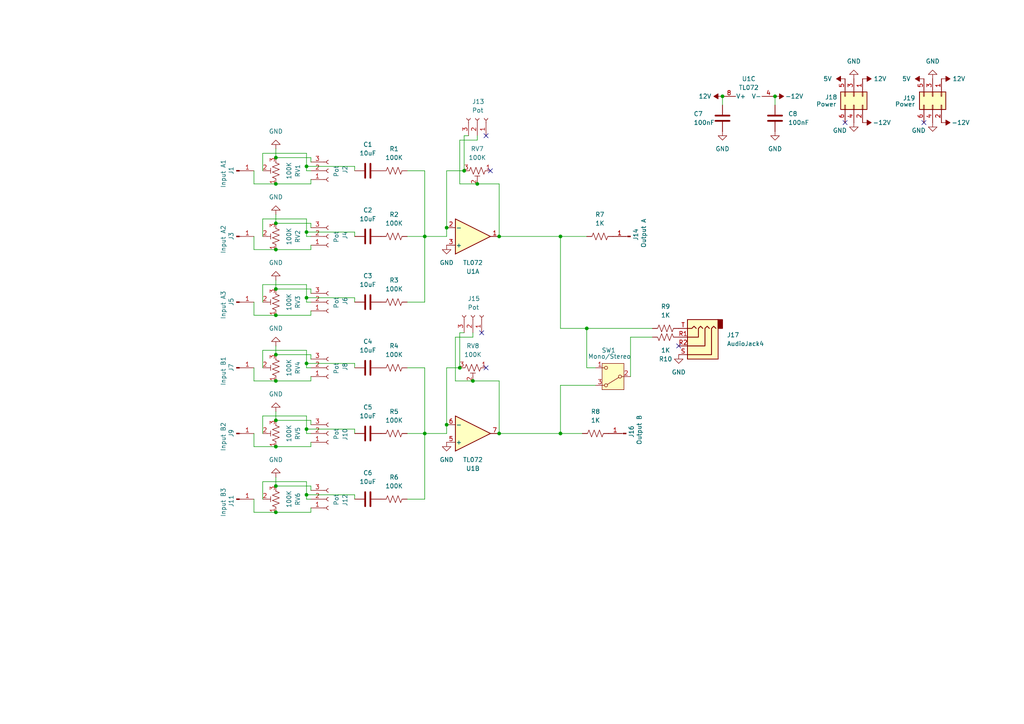
<source format=kicad_sch>
(kicad_sch (version 20250114) (generator "eeschema") (generator_version "9.0")
  (paper "A4")
  (lib_symbols
    (symbol "Amplifier_Operational:TL072" (pin_names (offset 0.127))
      (property "Reference" "U" (at 0 5.08 0))
      (property "Value" "TL072" (at 0 -5.08 0))
      (symbol "TL072_1_1"
        (polyline (pts (xy -5.08 5.08) (xy 5.08 0) (xy -5.08 -5.08) (xy -5.08 5.08)) (stroke (width 0.254)) (fill (type background)))
        (pin input line (at -7.62 2.54 0) (length 2.54) (name "+") (number "3"))
        (pin input line (at -7.62 -2.54 0) (length 2.54) (name "-") (number "2"))
        (pin output line (at 7.62 0 180) (length 2.54) (name "~") (number "1"))
      )
      (symbol "TL072_2_1"
        (polyline (pts (xy -5.08 5.08) (xy 5.08 0) (xy -5.08 -5.08) (xy -5.08 5.08)) (stroke (width 0.254)) (fill (type background)))
        (pin input line (at -7.62 2.54 0) (length 2.54) (name "+") (number "5"))
        (pin input line (at -7.62 -2.54 0) (length 2.54) (name "-") (number "6"))
        (pin output line (at 7.62 0 180) (length 2.54) (name "~") (number "7"))
      )
      (symbol "TL072_3_1"
        (pin power_in line (at -2.54 7.62 270) (length 3.81) (name "V+") (number "8"))
        (pin power_in line (at -2.54 -7.62 90) (length 3.81) (name "V-") (number "4"))
      )
    )
    (symbol "Connector:Conn_01x01_Pin" (pin_names (offset 1.016) (hide yes))
      (property "Reference" "J" (at 0 2.54 0))
      (property "Value" "Conn_01x01_Pin" (at 0 -2.54 0))
      (symbol "Conn_01x01_Pin_1_1"
        (rectangle (start 0.8636 0.127) (end 0 -0.127) (stroke (width 0.1524)) (fill (type outline)))
        (polyline (pts (xy 1.27 0) (xy 0.8636 0)) (stroke (width 0.1524)))
        (pin passive line (at 5.08 0 180) (length 3.81) (name "Pin_1") (number "1"))
      )
    )
    (symbol "Connector:Conn_01x03_Socket" (pin_names (offset 1.016) (hide yes))
      (property "Reference" "J" (at 0 5.08 0))
      (property "Value" "Conn_01x03_Socket" (at 0 -5.08 0))
      (symbol "Conn_01x03_Socket_1_1"
        (polyline (pts (xy -1.27 2.54) (xy -0.508 2.54)) (stroke (width 0.1524)))
        (polyline (pts (xy -1.27 0) (xy -0.508 0)) (stroke (width 0.1524)))
        (polyline (pts (xy -1.27 -2.54) (xy -0.508 -2.54)) (stroke (width 0.1524)))
        (arc (start 0 2.032) (mid -0.5058 2.54) (end 0 3.048) (stroke (width 0.1524)))
        (arc (start 0 -0.508) (mid -0.5058 0) (end 0 0.508) (stroke (width 0.1524)))
        (arc (start 0 -3.048) (mid -0.5058 -2.54) (end 0 -2.032) (stroke (width 0.1524)))
        (pin passive line (at -5.08 2.54 0) (length 3.81) (name "Pin_1") (number "1"))
        (pin passive line (at -5.08 0 0) (length 3.81) (name "Pin_2") (number "2"))
        (pin passive line (at -5.08 -2.54 0) (length 3.81) (name "Pin_3") (number "3"))
      )
    )
    (symbol "Connector_Audio:AudioJack4"
      (property "Reference" "J" (at 0 8.89 0))
      (property "Value" "AudioJack4" (at 0 6.35 0))
      (symbol "AudioJack4_0_1"
        (rectangle (start -6.35 -5.08) (end -7.62 -7.62) (stroke (width 0.254)) (fill (type outline)))
        (polyline (pts (xy -5.715 -5.08) (xy -5.08 -5.715) (xy -4.445 -5.08) (xy -4.445 2.54) (xy 2.54 2.54)) (stroke (width 0.254)))
        (polyline (pts (xy -1.905 -5.08) (xy -1.27 -5.715) (xy -0.635 -5.08) (xy -0.635 -2.54) (xy 2.54 -2.54)) (stroke (width 0.254)))
        (polyline (pts (xy 0 -5.08) (xy 0.635 -5.715) (xy 1.27 -5.08) (xy 2.54 -5.08)) (stroke (width 0.254)))
        (rectangle (start 2.54 3.81) (end -6.35 -7.62) (stroke (width 0.254)) (fill (type background)))
        (polyline (pts (xy 2.54 0) (xy -2.54 0) (xy -2.54 -5.08) (xy -3.175 -5.715) (xy -3.81 -5.08)) (stroke (width 0.254)))
      )
      (symbol "AudioJack4_1_1"
        (pin passive line (at 5.08 2.54 180) (length 2.54) (name "~") (number "S"))
        (pin passive line (at 5.08 0 180) (length 2.54) (name "~") (number "R2"))
        (pin passive line (at 5.08 -2.54 180) (length 2.54) (name "~") (number "R1"))
        (pin passive line (at 5.08 -5.08 180) (length 2.54) (name "~") (number "T"))
      )
    )
    (symbol "Connector_Generic:Conn_02x03_Odd_Even" (pin_names (offset 1.016) (hide yes))
      (property "Reference" "J" (at 1.27 5.08 0))
      (property "Value" "Conn_02x03_Odd_Even" (at 1.27 -5.08 0))
      (symbol "Conn_02x03_Odd_Even_1_1"
        (rectangle (start -1.27 3.81) (end 3.81 -3.81) (stroke (width 0.254)) (fill (type background)))
        (rectangle (start -1.27 2.667) (end 0 2.413) (stroke (width 0.1524)))
        (rectangle (start -1.27 0.127) (end 0 -0.127) (stroke (width 0.1524)))
        (rectangle (start -1.27 -2.413) (end 0 -2.667) (stroke (width 0.1524)))
        (rectangle (start 3.81 2.667) (end 2.54 2.413) (stroke (width 0.1524)))
        (rectangle (start 3.81 0.127) (end 2.54 -0.127) (stroke (width 0.1524)))
        (rectangle (start 3.81 -2.413) (end 2.54 -2.667) (stroke (width 0.1524)))
        (pin passive line (at -5.08 2.54 0) (length 3.81) (name "Pin_1") (number "1"))
        (pin passive line (at -5.08 0 0) (length 3.81) (name "Pin_3") (number "3"))
        (pin passive line (at -5.08 -2.54 0) (length 3.81) (name "Pin_5") (number "5"))
        (pin passive line (at 7.62 2.54 180) (length 3.81) (name "Pin_2") (number "2"))
        (pin passive line (at 7.62 0 180) (length 3.81) (name "Pin_4") (number "4"))
        (pin passive line (at 7.62 -2.54 180) (length 3.81) (name "Pin_6") (number "6"))
      )
    )
    (symbol "Device:C" (pin_numbers (hide yes)) (pin_names (offset 0.254))
      (property "Reference" "C" (at 0.635 2.54 0))
      (property "Value" "C" (at 0.635 -2.54 0))
      (symbol "C_0_1"
        (polyline (pts (xy -2.032 0.762) (xy 2.032 0.762)) (stroke (width 0.508)))
        (polyline (pts (xy -2.032 -0.762) (xy 2.032 -0.762)) (stroke (width 0.508)))
      )
      (symbol "C_1_1"
        (pin passive line (at 0 3.81 270) (length 2.794) (name "~") (number "1"))
        (pin passive line (at 0 -3.81 90) (length 2.794) (name "~") (number "2"))
      )
    )
    (symbol "Device:R_Potentiometer_Trim_US" (pin_names (offset 1.016) (hide yes))
      (property "Reference" "RV" (at -4.445 0 90))
      (property "Value" "R_Potentiometer_Trim_US" (at -2.54 0 90))
      (symbol "R_Potentiometer_Trim_US_0_1"
        (polyline (pts (xy 0 2.286) (xy 0 2.54)))
        (polyline (pts (xy 0 2.286) (xy 1.016 1.905) (xy 0 1.524) (xy -1.016 1.143) (xy 0 0.762)))
        (polyline (pts (xy 0 0.762) (xy 1.016 0.381) (xy 0 0) (xy -1.016 -0.381) (xy 0 -0.762)))
        (polyline (pts (xy 0 -0.762) (xy 1.016 -1.143) (xy 0 -1.524) (xy -1.016 -1.905) (xy 0 -2.286)))
        (polyline (pts (xy 0 -2.286) (xy 0 -2.54)))
        (polyline (pts (xy 1.524 0.762) (xy 1.524 -0.762)))
        (polyline (pts (xy 2.54 0) (xy 1.524 0)))
      )
      (symbol "R_Potentiometer_Trim_US_1_1"
        (pin passive line (at 0 3.81 270) (length 1.27) (name "1") (number "1"))
        (pin passive line (at 0 -3.81 90) (length 1.27) (name "3") (number "3"))
        (pin passive line (at 3.81 0 180) (length 1.27) (name "2") (number "2"))
      )
    )
    (symbol "Device:R_US" (pin_numbers (hide yes)) (pin_names (offset 0))
      (property "Reference" "R" (at 2.54 0 90))
      (property "Value" "R_US" (at -2.54 0 90))
      (symbol "R_US_0_1"
        (polyline (pts (xy 0 2.286) (xy 0 2.54)))
        (polyline (pts (xy 0 2.286) (xy 1.016 1.905) (xy 0 1.524) (xy -1.016 1.143) (xy 0 0.762)))
        (polyline (pts (xy 0 0.762) (xy 1.016 0.381) (xy 0 0) (xy -1.016 -0.381) (xy 0 -0.762)))
        (polyline (pts (xy 0 -0.762) (xy 1.016 -1.143) (xy 0 -1.524) (xy -1.016 -1.905) (xy 0 -2.286)))
        (polyline (pts (xy 0 -2.286) (xy 0 -2.54)))
      )
      (symbol "R_US_1_1"
        (pin passive line (at 0 3.81 270) (length 1.27) (name "~") (number "1"))
        (pin passive line (at 0 -3.81 90) (length 1.27) (name "~") (number "2"))
      )
    )
    (symbol "Switch:SW_Nidec_CAS-120A1" (pin_names (offset 1) (hide yes))
      (property "Reference" "SW" (at 0 4.318 0))
      (property "Value" "SW_Nidec_CAS-120A1" (at 0 -5.08 0))
      (symbol "SW_Nidec_CAS-120A1_0_1"
        (circle (center -2.032 0) (radius 0.4572))
        (polyline (pts (xy -1.651 0.254) (xy 1.651 2.286)))
        (circle (center 2.032 2.54) (radius 0.4572))
        (circle (center 2.032 -2.54) (radius 0.4572))
      )
      (symbol "SW_Nidec_CAS-120A1_1_1"
        (rectangle (start -3.175 3.81) (end 3.175 -3.81) (fill (type background)))
        (pin passive line (at -5.08 0 0) (length 2.54) (name "B") (number "2"))
        (pin passive line (at 5.08 2.54 180) (length 2.54) (name "A") (number "3"))
        (pin passive line (at 5.08 -2.54 180) (length 2.54) (name "C") (number "1"))
      )
    )
    (symbol "power:-12V" (power) (pin_numbers (hide yes)) (pin_names (offset 0) (hide yes))
      (property "Value" "-12V" (at 0 3.556 0))
      (symbol "-12V_0_0"
        (pin power_in line (at 0 0 90) (length 0) (name "~") (number "1"))
      )
      (symbol "-12V_0_1"
        (polyline (pts (xy 0 0) (xy 0 1.27) (xy 0.762 1.27) (xy 0 2.54) (xy -0.762 1.27) (xy 0 1.27)) (fill (type outline)))
      )
    )
    (symbol "power:GND" (power) (pin_numbers (hide yes)) (pin_names (offset 0) (hide yes))
      (property "Value" "GND" (at 0 -3.81 0))
      (symbol "GND_0_1"
        (polyline (pts (xy 0 0) (xy 0 -1.27) (xy 1.27 -1.27) (xy 0 -2.54) (xy -1.27 -1.27) (xy 0 -1.27)))
      )
      (symbol "GND_1_1"
        (pin power_in line (at 0 0 270) (length 0) (name "~") (number "1"))
      )
    )
  )
  (junction (at 123.19 68.58))
  (junction (at 129.54 123.19))
  (junction (at 80.01 110.49))
  (junction (at 134.62 49.53))
  (junction (at 144.78 125.73))
  (junction (at 133.35 106.68))
  (junction (at 88.9 67.31))
  (junction (at 80.01 64.77))
  (junction (at 170.18 95.25))
  (junction (at 80.01 45.72))
  (junction (at 129.54 66.04))
  (junction (at 88.9 124.46))
  (junction (at 80.01 83.82))
  (junction (at 80.01 121.92))
  (junction (at 80.01 91.44))
  (junction (at 80.01 53.34))
  (junction (at 162.56 125.73))
  (junction (at 80.01 102.87))
  (junction (at 137.16 110.49))
  (junction (at 80.01 148.59))
  (junction (at 80.01 140.97))
  (junction (at 80.01 72.39))
  (junction (at 224.79 27.94))
  (junction (at 209.55 27.94))
  (junction (at 88.9 105.41))
  (junction (at 123.19 125.73))
  (junction (at 138.43 53.34))
  (junction (at 162.56 68.58))
  (junction (at 88.9 48.26))
  (junction (at 88.9 86.36))
  (junction (at 88.9 143.51))
  (junction (at 80.01 129.54))
  (junction (at 144.78 68.58))
  (no_connect (at 140.97 39.37))
  (no_connect (at 139.7 96.52))
  (no_connect (at 196.85 100.33))
  (no_connect (at 140.97 106.68))
  (no_connect (at 267.97 35.56))
  (no_connect (at 142.24 49.53))
  (no_connect (at 245.11 35.56))
  (wire (pts (xy 129.54 125.73) (xy 129.54 123.19)))
  (wire (pts (xy 162.56 68.58) (xy 170.18 68.58)))
  (wire (pts (xy 73.66 125.73) (xy 73.66 129.54)))
  (wire (pts (xy 80.01 83.82) (xy 90.17 83.82)))
  (wire (pts (xy 144.78 110.49) (xy 144.78 125.73)))
  (wire (pts (xy 90.17 129.54) (xy 90.17 128.27)))
  (wire (pts (xy 129.54 49.53) (xy 129.54 66.04)))
  (wire (pts (xy 102.87 106.68) (xy 102.87 105.41)))
  (wire (pts (xy 80.01 121.92) (xy 90.17 121.92)))
  (wire (pts (xy 90.17 91.44) (xy 90.17 90.17)))
  (wire (pts (xy 73.66 129.54) (xy 80.01 129.54)))
  (wire (pts (xy 118.11 106.68) (xy 123.19 106.68)))
  (wire (pts (xy 76.2 82.55) (xy 88.9 82.55)))
  (wire (pts (xy 76.2 106.68) (xy 76.2 101.6)))
  (wire (pts (xy 88.9 120.65) (xy 88.9 124.46)))
  (wire (pts (xy 123.19 106.68) (xy 123.19 125.73)))
  (wire (pts (xy 73.66 106.68) (xy 73.66 110.49)))
  (wire (pts (xy 88.9 68.58) (xy 90.17 68.58)))
  (wire (pts (xy 88.9 67.31) (xy 88.9 68.58)))
  (wire (pts (xy 138.43 53.34) (xy 133.35 53.34)))
  (wire (pts (xy 88.9 82.55) (xy 88.9 86.36)))
  (wire (pts (xy 123.19 68.58) (xy 129.54 68.58)))
  (wire (pts (xy 80.01 129.54) (xy 90.17 129.54)))
  (wire (pts (xy 90.17 121.92) (xy 90.17 123.19)))
  (wire (pts (xy 76.2 63.5) (xy 88.9 63.5)))
  (wire (pts (xy 134.62 39.37) (xy 135.89 39.37)))
  (wire (pts (xy 123.19 87.63) (xy 123.19 68.58)))
  (wire (pts (xy 90.17 83.82) (xy 90.17 85.09)))
  (wire (pts (xy 80.01 72.39) (xy 90.17 72.39)))
  (wire (pts (xy 80.01 140.97) (xy 90.17 140.97)))
  (wire (pts (xy 144.78 53.34) (xy 138.43 53.34)))
  (wire (pts (xy 123.19 144.78) (xy 123.19 125.73)))
  (wire (pts (xy 76.2 144.78) (xy 76.2 139.7)))
  (wire (pts (xy 102.87 86.36) (xy 88.9 86.36)))
  (wire (pts (xy 102.87 87.63) (xy 102.87 86.36)))
  (wire (pts (xy 88.9 101.6) (xy 88.9 105.41)))
  (wire (pts (xy 90.17 64.77) (xy 90.17 66.04)))
  (wire (pts (xy 162.56 111.76) (xy 162.56 125.73)))
  (wire (pts (xy 162.56 95.25) (xy 170.18 95.25)))
  (wire (pts (xy 162.56 95.25) (xy 162.56 68.58)))
  (wire (pts (xy 133.35 106.68) (xy 133.35 96.52)))
  (wire (pts (xy 133.35 96.52) (xy 134.62 96.52)))
  (wire (pts (xy 73.66 68.58) (xy 73.66 72.39)))
  (wire (pts (xy 88.9 124.46) (xy 88.9 125.73)))
  (wire (pts (xy 102.87 125.73) (xy 102.87 124.46)))
  (wire (pts (xy 118.11 49.53) (xy 123.19 49.53)))
  (wire (pts (xy 90.17 140.97) (xy 90.17 142.24)))
  (wire (pts (xy 73.66 144.78) (xy 73.66 148.59)))
  (wire (pts (xy 80.01 45.72) (xy 90.17 45.72)))
  (wire (pts (xy 133.35 53.34) (xy 133.35 40.64)))
  (wire (pts (xy 224.79 30.48) (xy 224.79 27.94)))
  (wire (pts (xy 144.78 68.58) (xy 144.78 53.34)))
  (wire (pts (xy 76.2 44.45) (xy 88.9 44.45)))
  (wire (pts (xy 88.9 139.7) (xy 88.9 143.51)))
  (wire (pts (xy 132.08 97.79) (xy 137.16 97.79)))
  (wire (pts (xy 90.17 72.39) (xy 90.17 71.12)))
  (wire (pts (xy 90.17 110.49) (xy 90.17 109.22)))
  (wire (pts (xy 76.2 87.63) (xy 76.2 82.55)))
  (wire (pts (xy 102.87 143.51) (xy 88.9 143.51)))
  (wire (pts (xy 80.01 119.38) (xy 80.01 121.92)))
  (wire (pts (xy 73.66 87.63) (xy 73.66 91.44)))
  (wire (pts (xy 137.16 97.79) (xy 137.16 96.52)))
  (wire (pts (xy 88.9 105.41) (xy 88.9 106.68)))
  (wire (pts (xy 172.72 106.68) (xy 170.18 106.68)))
  (wire (pts (xy 102.87 68.58) (xy 102.87 67.31)))
  (wire (pts (xy 182.88 97.79) (xy 189.23 97.79)))
  (wire (pts (xy 88.9 87.63) (xy 90.17 87.63)))
  (wire (pts (xy 80.01 53.34) (xy 90.17 53.34)))
  (wire (pts (xy 102.87 144.78) (xy 102.87 143.51)))
  (wire (pts (xy 129.54 49.53) (xy 134.62 49.53)))
  (wire (pts (xy 73.66 72.39) (xy 80.01 72.39)))
  (wire (pts (xy 80.01 91.44) (xy 90.17 91.44)))
  (wire (pts (xy 123.19 125.73) (xy 129.54 125.73)))
  (wire (pts (xy 88.9 143.51) (xy 88.9 144.78)))
  (wire (pts (xy 80.01 81.28) (xy 80.01 83.82)))
  (wire (pts (xy 118.11 144.78) (xy 123.19 144.78)))
  (wire (pts (xy 88.9 48.26) (xy 88.9 49.53)))
  (wire (pts (xy 90.17 148.59) (xy 90.17 147.32)))
  (wire (pts (xy 73.66 49.53) (xy 73.66 53.34)))
  (wire (pts (xy 170.18 95.25) (xy 189.23 95.25)))
  (wire (pts (xy 102.87 67.31) (xy 88.9 67.31)))
  (wire (pts (xy 80.01 138.43) (xy 80.01 140.97)))
  (wire (pts (xy 80.01 148.59) (xy 90.17 148.59)))
  (wire (pts (xy 102.87 124.46) (xy 88.9 124.46)))
  (wire (pts (xy 144.78 125.73) (xy 162.56 125.73)))
  (wire (pts (xy 76.2 101.6) (xy 88.9 101.6)))
  (wire (pts (xy 73.66 53.34) (xy 80.01 53.34)))
  (wire (pts (xy 138.43 40.64) (xy 138.43 39.37)))
  (wire (pts (xy 90.17 102.87) (xy 90.17 104.14)))
  (wire (pts (xy 129.54 68.58) (xy 129.54 66.04)))
  (wire (pts (xy 90.17 45.72) (xy 90.17 46.99)))
  (wire (pts (xy 209.55 27.94) (xy 209.55 30.48)))
  (wire (pts (xy 80.01 110.49) (xy 90.17 110.49)))
  (wire (pts (xy 80.01 62.23) (xy 80.01 64.77)))
  (wire (pts (xy 102.87 48.26) (xy 88.9 48.26)))
  (wire (pts (xy 102.87 49.53) (xy 102.87 48.26)))
  (wire (pts (xy 76.2 125.73) (xy 76.2 120.65)))
  (wire (pts (xy 80.01 43.18) (xy 80.01 45.72)))
  (wire (pts (xy 132.08 97.79) (xy 132.08 110.49)))
  (wire (pts (xy 129.54 106.68) (xy 133.35 106.68)))
  (wire (pts (xy 118.11 87.63) (xy 123.19 87.63)))
  (wire (pts (xy 88.9 49.53) (xy 90.17 49.53)))
  (wire (pts (xy 132.08 110.49) (xy 137.16 110.49)))
  (wire (pts (xy 80.01 100.33) (xy 80.01 102.87)))
  (wire (pts (xy 88.9 125.73) (xy 90.17 125.73)))
  (wire (pts (xy 123.19 49.53) (xy 123.19 68.58)))
  (wire (pts (xy 162.56 125.73) (xy 168.91 125.73)))
  (wire (pts (xy 88.9 63.5) (xy 88.9 67.31)))
  (wire (pts (xy 118.11 68.58) (xy 123.19 68.58)))
  (wire (pts (xy 88.9 44.45) (xy 88.9 48.26)))
  (wire (pts (xy 118.11 125.73) (xy 123.19 125.73)))
  (wire (pts (xy 144.78 68.58) (xy 162.56 68.58)))
  (wire (pts (xy 88.9 86.36) (xy 88.9 87.63)))
  (wire (pts (xy 134.62 49.53) (xy 134.62 39.37)))
  (wire (pts (xy 133.35 40.64) (xy 138.43 40.64)))
  (wire (pts (xy 76.2 120.65) (xy 88.9 120.65)))
  (wire (pts (xy 88.9 144.78) (xy 90.17 144.78)))
  (wire (pts (xy 73.66 91.44) (xy 80.01 91.44)))
  (wire (pts (xy 76.2 68.58) (xy 76.2 63.5)))
  (wire (pts (xy 137.16 110.49) (xy 144.78 110.49)))
  (wire (pts (xy 90.17 53.34) (xy 90.17 52.07)))
  (wire (pts (xy 76.2 49.53) (xy 76.2 44.45)))
  (wire (pts (xy 76.2 139.7) (xy 88.9 139.7)))
  (wire (pts (xy 102.87 105.41) (xy 88.9 105.41)))
  (wire (pts (xy 182.88 109.22) (xy 182.88 97.79)))
  (wire (pts (xy 80.01 102.87) (xy 90.17 102.87)))
  (wire (pts (xy 172.72 111.76) (xy 162.56 111.76)))
  (wire (pts (xy 80.01 64.77) (xy 90.17 64.77)))
  (wire (pts (xy 129.54 106.68) (xy 129.54 123.19)))
  (wire (pts (xy 73.66 148.59) (xy 80.01 148.59)))
  (wire (pts (xy 73.66 110.49) (xy 80.01 110.49)))
  (wire (pts (xy 170.18 106.68) (xy 170.18 95.25)))
  (wire (pts (xy 88.9 106.68) (xy 90.17 106.68)))
  (symbol (lib_id "Connector:Conn_01x03_Socket") (at 95.25 49.53 0) (mirror x) (unit 1)
    (property "Reference" "J2" (at 100.076 48.006 90) (effects (justify left)))
    (property "Value" "Pot" (at 97.536 48.006 90) (effects (justify left)))
    (property "Footprint" "modular2:pot" (effects (hide yes)))
    (property "Description" "Generic connector, single row, 01x03, script generated" (effects (hide yes)))
  )
  (symbol (lib_id "Connector_Generic:Conn_02x03_Odd_Even") (at 247.65 27.94 270) (unit 1)
    (property "Reference" "J18" (at 239.268 28.194 90) (effects (justify left)))
    (property "Value" "Power" (at 236.728 30.226 90) (effects (justify left)))
    (property "Footprint" "Connector_IDC:IDC-Header_2x03_P2.54mm_Vertical" (effects (hide yes)))
    (property "Description" "Generic connector, double row, 02x03, odd/even pin numbering scheme (row 1 odd numbers, row 2 even numbers), script generated (kicad-library-utils/schlib/autogen/connector/)" (effects (hide yes)))
  )
  (symbol (lib_id "Device:C") (at 106.68 144.78 90) (unit 1)
    (property "Reference" "C6" (at 106.68 137.16 90))
    (property "Value" "10uF" (at 106.68 139.7 90))
    (property "Footprint" "Capacitor_THT:C_Disc_D4.3mm_W1.9mm_P5.00mm" (effects (hide yes)))
    (property "Description" "Unpolarized capacitor" (effects (hide yes)))
  )
  (symbol (lib_id "Device:R_Potentiometer_Trim_US") (at 80.01 49.53 180) (unit 1)
    (property "Reference" "RV1" (at 86.36 49.53 90))
    (property "Value" "100K" (at 83.82 49.53 90))
    (property "Footprint" "modular2:pot-socket" (effects (hide yes)))
    (property "Description" "Trim-potentiometer, US symbol" (effects (hide yes)))
  )
  (symbol (lib_id "power:GND") (at 270.51 22.86 0) (mirror x) (unit 1)
    (property "Reference" "#PWR028" (effects (hide yes)))
    (property "Value" "GND" (at 270.51 17.78 0))
    (property "Description" "Power symbol creates a global label with name \"GND\" , ground" (effects (hide yes)))
  )
  (symbol (lib_id "Device:R_US") (at 114.3 68.58 90) (unit 1)
    (property "Reference" "R2" (at 114.3 62.23 90))
    (property "Value" "100K" (at 114.3 64.77 90))
    (property "Footprint" "Resistor_THT:R_Axial_DIN0207_L6.3mm_D2.5mm_P10.16mm_Horizontal" (effects (hide yes)))
    (property "Description" "Resistor, US symbol" (effects (hide yes)))
  )
  (symbol (lib_id "Device:C") (at 106.68 125.73 90) (unit 1)
    (property "Reference" "C5" (at 106.68 118.11 90))
    (property "Value" "10uF" (at 106.68 120.65 90))
    (property "Footprint" "Capacitor_THT:C_Disc_D4.3mm_W1.9mm_P5.00mm" (effects (hide yes)))
    (property "Description" "Unpolarized capacitor" (effects (hide yes)))
  )
  (symbol (lib_id "power:GND") (at 224.79 38.1 0) (mirror y) (unit 1)
    (property "Reference" "#PWR015" (effects (hide yes)))
    (property "Value" "GND" (at 224.79 43.18 0))
    (property "Description" "Power symbol creates a global label with name \"GND\" , ground" (effects (hide yes)))
  )
  (symbol (lib_id "power:GND") (at 80.01 119.38 180) (unit 1)
    (property "Reference" "#PWR05" (effects (hide yes)))
    (property "Value" "GND" (at 80.01 114.3 0))
    (property "Description" "Power symbol creates a global label with name \"GND\" , ground" (effects (hide yes)))
  )
  (symbol (lib_id "power:-12V") (at 273.05 35.56 270) (unit 1)
    (property "Reference" "#PWR031" (effects (hide yes)))
    (property "Value" "-12V" (at 278.638 35.56 90))
    (property "Description" "Power symbol creates a global label with name \"-12V\"" (effects (hide yes)))
  )
  (symbol (lib_id "power:GND") (at 80.01 100.33 180) (unit 1)
    (property "Reference" "#PWR04" (effects (hide yes)))
    (property "Value" "GND" (at 80.01 95.25 0))
    (property "Description" "Power symbol creates a global label with name \"GND\" , ground" (effects (hide yes)))
  )
  (symbol (lib_id "power:GND") (at 129.54 71.12 0) (unit 1)
    (property "Reference" "#PWR07" (effects (hide yes)))
    (property "Value" "GND" (at 129.54 76.2 0))
    (property "Description" "Power symbol creates a global label with name \"GND\" , ground" (effects (hide yes)))
  )
  (symbol (lib_id "Device:R_Potentiometer_Trim_US") (at 80.01 68.58 180) (unit 1)
    (property "Reference" "RV2" (at 86.36 68.58 90))
    (property "Value" "100K" (at 83.82 68.58 90))
    (property "Footprint" "modular2:pot-socket" (effects (hide yes)))
    (property "Description" "Trim-potentiometer, US symbol" (effects (hide yes)))
  )
  (symbol (lib_id "Device:R_US") (at 114.3 49.53 90) (unit 1)
    (property "Reference" "R1" (at 114.3 43.18 90))
    (property "Value" "100K" (at 114.3 45.72 90))
    (property "Footprint" "Resistor_THT:R_Axial_DIN0207_L6.3mm_D2.5mm_P10.16mm_Horizontal" (effects (hide yes)))
    (property "Description" "Resistor, US symbol" (effects (hide yes)))
  )
  (symbol (lib_id "Device:C") (at 209.55 34.29 180) (unit 1)
    (property "Reference" "C7" (at 201.168 33.02 0) (effects (justify right)))
    (property "Value" "100nF" (at 201.168 35.56 0) (effects (justify right)))
    (property "Footprint" "Capacitor_THT:C_Disc_D4.3mm_W1.9mm_P5.00mm" (effects (hide yes)))
    (property "Description" "Unpolarized capacitor" (effects (hide yes)))
  )
  (symbol (lib_id "power:GND") (at 129.54 128.27 0) (unit 1)
    (property "Reference" "#PWR08" (effects (hide yes)))
    (property "Value" "GND" (at 129.54 133.35 0))
    (property "Description" "Power symbol creates a global label with name \"GND\" , ground" (effects (hide yes)))
  )
  (symbol (lib_id "Connector:Conn_01x01_Pin") (at 68.58 87.63 0) (unit 1)
    (property "Reference" "J5" (at 67.056 86.36 90) (effects (justify right)))
    (property "Value" "Input A3" (at 64.77 84.328 90) (effects (justify right)))
    (property "Footprint" "modular2:banana-jack" (effects (hide yes)))
    (property "Description" "Generic connector, single row, 01x01, script generated" (effects (hide yes)))
  )
  (symbol (lib_id "Connector:Conn_01x01_Pin") (at 68.58 106.68 0) (unit 1)
    (property "Reference" "J7" (at 67.056 105.41 90) (effects (justify right)))
    (property "Value" "Input B1" (at 64.77 103.378 90) (effects (justify right)))
    (property "Footprint" "modular2:banana-jack" (effects (hide yes)))
    (property "Description" "Generic connector, single row, 01x01, script generated" (effects (hide yes)))
  )
  (symbol (lib_id "Connector:Conn_01x01_Pin") (at 68.58 125.73 0) (unit 1)
    (property "Reference" "J9" (at 67.056 124.46 90) (effects (justify right)))
    (property "Value" "Input B2" (at 64.77 122.428 90) (effects (justify right)))
    (property "Footprint" "modular2:banana-jack" (effects (hide yes)))
    (property "Description" "Generic connector, single row, 01x01, script generated" (effects (hide yes)))
  )
  (symbol (lib_id "Connector:Conn_01x01_Pin") (at 68.58 68.58 0) (unit 1)
    (property "Reference" "J3" (at 67.056 67.31 90) (effects (justify right)))
    (property "Value" "Input A2" (at 64.77 65.278 90) (effects (justify right)))
    (property "Footprint" "modular2:banana-jack" (effects (hide yes)))
    (property "Description" "Generic connector, single row, 01x01, script generated" (effects (hide yes)))
  )
  (symbol (lib_id "Connector:Conn_01x03_Socket") (at 95.25 144.78 0) (mirror x) (unit 1)
    (property "Reference" "J12" (at 100.076 143.256 90) (effects (justify left)))
    (property "Value" "Pot" (at 97.536 143.256 90) (effects (justify left)))
    (property "Footprint" "modular2:pot" (effects (hide yes)))
    (property "Description" "Generic connector, single row, 01x03, script generated" (effects (hide yes)))
  )
  (symbol (lib_id "Device:R_US") (at 114.3 87.63 90) (unit 1)
    (property "Reference" "R3" (at 114.3 81.28 90))
    (property "Value" "100K" (at 114.3 83.82 90))
    (property "Footprint" "Resistor_THT:R_Axial_DIN0207_L6.3mm_D2.5mm_P10.16mm_Horizontal" (effects (hide yes)))
    (property "Description" "Resistor, US symbol" (effects (hide yes)))
  )
  (symbol (lib_id "Connector:Conn_01x01_Pin") (at 68.58 144.78 0) (unit 1)
    (property "Reference" "J11" (at 67.056 143.51 90) (effects (justify right)))
    (property "Value" "Input B3" (at 64.77 141.478 90) (effects (justify right)))
    (property "Footprint" "modular2:banana-jack" (effects (hide yes)))
    (property "Description" "Generic connector, single row, 01x01, script generated" (effects (hide yes)))
  )
  (symbol (lib_id "Connector:Conn_01x03_Socket") (at 137.16 91.44 270) (mirror x) (unit 1)
    (property "Reference" "J15" (at 135.636 86.614 90) (effects (justify left)))
    (property "Value" "Pot" (at 135.636 89.154 90) (effects (justify left)))
    (property "Footprint" "modular2:pot" (effects (hide yes)))
    (property "Description" "Generic connector, single row, 01x03, script generated" (effects (hide yes)))
  )
  (symbol (lib_id "Device:C") (at 106.68 68.58 90) (unit 1)
    (property "Reference" "C2" (at 106.68 60.96 90))
    (property "Value" "10uF" (at 106.68 63.5 90))
    (property "Footprint" "Capacitor_THT:C_Disc_D4.3mm_W1.9mm_P5.00mm" (effects (hide yes)))
    (property "Description" "Unpolarized capacitor" (effects (hide yes)))
  )
  (symbol (lib_id "Connector:Conn_01x01_Pin") (at 68.58 49.53 0) (unit 1)
    (property "Reference" "J1" (at 67.056 48.26 90) (effects (justify right)))
    (property "Value" "Input A1" (at 64.77 46.228 90) (effects (justify right)))
    (property "Footprint" "modular2:banana-jack" (effects (hide yes)))
    (property "Description" "Generic connector, single row, 01x01, script generated" (effects (hide yes)))
  )
  (symbol (lib_id "power:GND") (at 80.01 81.28 180) (unit 1)
    (property "Reference" "#PWR03" (effects (hide yes)))
    (property "Value" "GND" (at 80.01 76.2 0))
    (property "Description" "Power symbol creates a global label with name \"GND\" , ground" (effects (hide yes)))
  )
  (symbol (lib_id "power:GND") (at 80.01 138.43 180) (unit 1)
    (property "Reference" "#PWR06" (effects (hide yes)))
    (property "Value" "GND" (at 80.01 133.35 0))
    (property "Description" "Power symbol creates a global label with name \"GND\" , ground" (effects (hide yes)))
  )
  (symbol (lib_id "power:GND") (at 80.01 43.18 180) (unit 1)
    (property "Reference" "#PWR01" (effects (hide yes)))
    (property "Value" "GND" (at 80.01 38.1 0))
    (property "Description" "Power symbol creates a global label with name \"GND\" , ground" (effects (hide yes)))
  )
  (symbol (lib_id "Device:R_US") (at 173.99 68.58 90) (unit 1)
    (property "Reference" "R7" (at 173.99 62.23 90))
    (property "Value" "1K" (at 173.99 64.77 90))
    (property "Footprint" "Resistor_THT:R_Axial_DIN0207_L6.3mm_D2.5mm_P10.16mm_Horizontal" (effects (hide yes)))
    (property "Description" "Resistor, US symbol" (effects (hide yes)))
  )
  (symbol (lib_id "Connector:Conn_01x03_Socket") (at 95.25 87.63 0) (mirror x) (unit 1)
    (property "Reference" "J6" (at 100.076 86.106 90) (effects (justify left)))
    (property "Value" "Pot" (at 97.536 86.106 90) (effects (justify left)))
    (property "Footprint" "modular2:pot" (effects (hide yes)))
    (property "Description" "Generic connector, single row, 01x03, script generated" (effects (hide yes)))
  )
  (symbol (lib_id "Amplifier_Operational:TL072") (at 137.16 125.73 0) (mirror x) (unit 2)
    (property "Reference" "U1" (at 137.16 135.89 0))
    (property "Value" "TL072" (at 137.16 133.35 0))
    (property "Footprint" "Package_DIP:DIP-8_W7.62mm_Socket" (effects (hide yes)))
    (property "Datasheet" "http://www.ti.com/lit/ds/symlink/tl071.pdf" (effects (hide yes)))
    (property "Description" "Dual Low-Noise JFET-Input Operational Amplifiers, DIP-8/SOIC-8" (effects (hide yes)))
  )
  (symbol (lib_id "power:GND") (at 247.65 35.56 0) (mirror y) (unit 1)
    (property "Reference" "#PWR024" (effects (hide yes)))
    (property "Value" "GND" (at 243.586 37.846 0))
    (property "Description" "Power symbol creates a global label with name \"GND\" , ground" (effects (hide yes)))
  )
  (symbol (lib_id "Connector_Audio:AudioJack4") (at 201.93 100.33 180) (unit 1)
    (property "Reference" "J17" (at 210.82 97.1549 0) (effects (justify right)))
    (property "Value" "AudioJack4" (at 210.82 99.6949 0) (effects (justify right)))
    (property "Footprint" "modular2:audio jack breakout" (effects (hide yes)))
    (property "Description" "Audio Jack, 4 Poles (TRRS)" (effects (hide yes)))
  )
  (symbol (lib_id "Device:R_Potentiometer_Trim_US") (at 80.01 87.63 180) (unit 1)
    (property "Reference" "RV3" (at 86.36 87.63 90))
    (property "Value" "100K" (at 83.82 87.63 90))
    (property "Footprint" "modular2:pot-socket" (effects (hide yes)))
    (property "Description" "Trim-potentiometer, US symbol" (effects (hide yes)))
  )
  (symbol (lib_id "power:-12V") (at 224.79 27.94 270) (unit 1)
    (property "Reference" "#PWR013" (effects (hide yes)))
    (property "Value" "-12V" (at 230.378 27.94 90))
    (property "Description" "Power symbol creates a global label with name \"-12V\"" (effects (hide yes)))
  )
  (symbol (lib_id "Device:R_Potentiometer_Trim_US") (at 137.16 106.68 270) (unit 1)
    (property "Reference" "RV8" (at 137.16 100.33 90))
    (property "Value" "100K" (at 137.16 102.87 90))
    (property "Footprint" "modular2:pot-socket" (effects (hide yes)))
    (property "Description" "Trim-potentiometer, US symbol" (effects (hide yes)))
  )
  (symbol (lib_id "Device:R_Potentiometer_Trim_US") (at 138.43 49.53 270) (unit 1)
    (property "Reference" "RV7" (at 138.43 43.18 90))
    (property "Value" "100K" (at 138.43 45.72 90))
    (property "Footprint" "modular2:pot-socket" (effects (hide yes)))
    (property "Description" "Trim-potentiometer, US symbol" (effects (hide yes)))
  )
  (symbol (lib_id "Device:R_US") (at 193.04 95.25 90) (unit 1)
    (property "Reference" "R9" (at 193.04 88.9 90))
    (property "Value" "1K" (at 193.04 91.44 90))
    (property "Footprint" "Resistor_THT:R_Axial_DIN0207_L6.3mm_D2.5mm_P10.16mm_Horizontal" (effects (hide yes)))
    (property "Description" "Resistor, US symbol" (effects (hide yes)))
  )
  (symbol (lib_id "Device:C") (at 106.68 49.53 90) (unit 1)
    (property "Reference" "C1" (at 106.68 41.91 90))
    (property "Value" "10uF" (at 106.68 44.45 90))
    (property "Footprint" "Capacitor_THT:C_Disc_D4.3mm_W1.9mm_P5.00mm" (effects (hide yes)))
    (property "Description" "Unpolarized capacitor" (effects (hide yes)))
  )
  (symbol (lib_id "power:GND") (at 209.55 38.1 0) (mirror y) (unit 1)
    (property "Reference" "#PWR014" (effects (hide yes)))
    (property "Value" "GND" (at 209.55 43.18 0))
    (property "Description" "Power symbol creates a global label with name \"GND\" , ground" (effects (hide yes)))
  )
  (symbol (lib_id "Device:R_US") (at 114.3 106.68 90) (unit 1)
    (property "Reference" "R4" (at 114.3 100.33 90))
    (property "Value" "100K" (at 114.3 102.87 90))
    (property "Footprint" "Resistor_THT:R_Axial_DIN0207_L6.3mm_D2.5mm_P10.16mm_Horizontal" (effects (hide yes)))
    (property "Description" "Resistor, US symbol" (effects (hide yes)))
  )
  (symbol (lib_id "power:-12V") (at 250.19 35.56 270) (unit 1)
    (property "Reference" "#PWR027" (effects (hide yes)))
    (property "Value" "-12V" (at 255.778 35.56 90))
    (property "Description" "Power symbol creates a global label with name \"-12V\"" (effects (hide yes)))
  )
  (symbol (lib_id "Amplifier_Operational:TL072") (at 137.16 68.58 0) (mirror x) (unit 1)
    (property "Reference" "U1" (at 137.16 78.74 0))
    (property "Value" "TL072" (at 137.16 76.2 0))
    (property "Footprint" "Package_DIP:DIP-8_W7.62mm_Socket" (effects (hide yes)))
    (property "Datasheet" "http://www.ti.com/lit/ds/symlink/tl071.pdf" (effects (hide yes)))
    (property "Description" "Dual Low-Noise JFET-Input Operational Amplifiers, DIP-8/SOIC-8" (effects (hide yes)))
  )
  (symbol (lib_id "power:-12V") (at 273.05 22.86 270) (mirror x) (unit 1)
    (property "Reference" "#PWR030" (effects (hide yes)))
    (property "Value" "12V" (at 278.13 22.86 90))
    (property "Description" "Power symbol creates a global label with name \"-12V\"" (effects (hide yes)))
  )
  (symbol (lib_id "Connector:Conn_01x03_Socket") (at 95.25 125.73 0) (mirror x) (unit 1)
    (property "Reference" "J10" (at 100.076 124.206 90) (effects (justify left)))
    (property "Value" "Pot" (at 97.536 124.206 90) (effects (justify left)))
    (property "Footprint" "modular2:pot" (effects (hide yes)))
    (property "Description" "Generic connector, single row, 01x03, script generated" (effects (hide yes)))
  )
  (symbol (lib_id "power:-12V") (at 267.97 22.86 90) (mirror x) (unit 1)
    (property "Reference" "#PWR011" (effects (hide yes)))
    (property "Value" "5V" (at 262.89 22.86 90))
    (property "Description" "Power symbol creates a global label with name \"-12V\"" (effects (hide yes)))
  )
  (symbol (lib_id "Device:C") (at 106.68 87.63 90) (unit 1)
    (property "Reference" "C3" (at 106.68 80.01 90))
    (property "Value" "10uF" (at 106.68 82.55 90))
    (property "Footprint" "Capacitor_THT:C_Disc_D4.3mm_W1.9mm_P5.00mm" (effects (hide yes)))
    (property "Description" "Unpolarized capacitor" (effects (hide yes)))
  )
  (symbol (lib_id "power:GND") (at 196.85 102.87 0) (unit 1)
    (property "Reference" "#PWR09" (effects (hide yes)))
    (property "Value" "GND" (at 196.85 107.95 0))
    (property "Description" "Power symbol creates a global label with name \"GND\" , ground" (effects (hide yes)))
  )
  (symbol (lib_id "Amplifier_Operational:TL072") (at 217.17 25.4 90) (unit 3)
    (property "Reference" "U1" (at 217.17 22.86 90))
    (property "Value" "TL072" (at 217.17 25.4 90))
    (property "Footprint" "Package_DIP:DIP-8_W7.62mm_Socket" (effects (hide yes)))
    (property "Datasheet" "http://www.ti.com/lit/ds/symlink/tl071.pdf" (effects (hide yes)))
    (property "Description" "Dual Low-Noise JFET-Input Operational Amplifiers, DIP-8/SOIC-8" (effects (hide yes)))
  )
  (symbol (lib_id "Device:R_US") (at 193.04 97.79 90) (mirror x) (unit 1)
    (property "Reference" "R10" (at 193.04 104.14 90))
    (property "Value" "1K" (at 193.04 101.6 90))
    (property "Footprint" "Resistor_THT:R_Axial_DIN0207_L6.3mm_D2.5mm_P10.16mm_Horizontal" (effects (hide yes)))
    (property "Description" "Resistor, US symbol" (effects (hide yes)))
  )
  (symbol (lib_id "Device:R_US") (at 114.3 125.73 90) (unit 1)
    (property "Reference" "R5" (at 114.3 119.38 90))
    (property "Value" "100K" (at 114.3 121.92 90))
    (property "Footprint" "Resistor_THT:R_Axial_DIN0207_L6.3mm_D2.5mm_P10.16mm_Horizontal" (effects (hide yes)))
    (property "Description" "Resistor, US symbol" (effects (hide yes)))
  )
  (symbol (lib_id "power:GND") (at 80.01 62.23 180) (unit 1)
    (property "Reference" "#PWR02" (effects (hide yes)))
    (property "Value" "GND" (at 80.01 57.15 0))
    (property "Description" "Power symbol creates a global label with name \"GND\" , ground" (effects (hide yes)))
  )
  (symbol (lib_id "Connector:Conn_01x03_Socket") (at 95.25 106.68 0) (mirror x) (unit 1)
    (property "Reference" "J8" (at 100.076 105.156 90) (effects (justify left)))
    (property "Value" "Pot" (at 97.536 105.156 90) (effects (justify left)))
    (property "Footprint" "modular2:pot" (effects (hide yes)))
    (property "Description" "Generic connector, single row, 01x03, script generated" (effects (hide yes)))
  )
  (symbol (lib_id "Connector:Conn_01x03_Socket") (at 138.43 34.29 270) (mirror x) (unit 1)
    (property "Reference" "J13" (at 136.906 29.464 90) (effects (justify left)))
    (property "Value" "Pot" (at 136.906 32.004 90) (effects (justify left)))
    (property "Footprint" "modular2:pot" (effects (hide yes)))
    (property "Description" "Generic connector, single row, 01x03, script generated" (effects (hide yes)))
  )
  (symbol (lib_id "power:GND") (at 270.51 35.56 0) (mirror y) (unit 1)
    (property "Reference" "#PWR029" (effects (hide yes)))
    (property "Value" "GND" (at 266.446 37.846 0))
    (property "Description" "Power symbol creates a global label with name \"GND\" , ground" (effects (hide yes)))
  )
  (symbol (lib_id "Device:R_US") (at 114.3 144.78 90) (unit 1)
    (property "Reference" "R6" (at 114.3 138.43 90))
    (property "Value" "100K" (at 114.3 140.97 90))
    (property "Footprint" "Resistor_THT:R_Axial_DIN0207_L6.3mm_D2.5mm_P10.16mm_Horizontal" (effects (hide yes)))
    (property "Description" "Resistor, US symbol" (effects (hide yes)))
  )
  (symbol (lib_id "Connector:Conn_01x01_Pin") (at 181.61 125.73 180) (unit 1)
    (property "Reference" "J16" (at 183.134 127 90) (effects (justify right)))
    (property "Value" "Output B" (at 185.42 129.032 90) (effects (justify right)))
    (property "Footprint" "modular2:banana-jack" (effects (hide yes)))
    (property "Description" "Generic connector, single row, 01x01, script generated" (effects (hide yes)))
  )
  (symbol (lib_id "Device:R_Potentiometer_Trim_US") (at 80.01 106.68 180) (unit 1)
    (property "Reference" "RV4" (at 86.36 106.68 90))
    (property "Value" "100K" (at 83.82 106.68 90))
    (property "Footprint" "modular2:pot-socket" (effects (hide yes)))
    (property "Description" "Trim-potentiometer, US symbol" (effects (hide yes)))
  )
  (symbol (lib_id "Connector_Generic:Conn_02x03_Odd_Even") (at 270.51 27.94 270) (unit 1)
    (property "Reference" "J19" (at 261.874 28.448 90) (effects (justify left)))
    (property "Value" "Power" (at 259.588 30.226 90) (effects (justify left)))
    (property "Footprint" "Connector_IDC:IDC-Header_2x03_P2.54mm_Vertical" (effects (hide yes)))
    (property "Description" "Generic connector, double row, 02x03, odd/even pin numbering scheme (row 1 odd numbers, row 2 even numbers), script generated (kicad-library-utils/schlib/autogen/connector/)" (effects (hide yes)))
  )
  (symbol (lib_id "Device:R_Potentiometer_Trim_US") (at 80.01 144.78 180) (unit 1)
    (property "Reference" "RV6" (at 86.36 144.78 90))
    (property "Value" "100K" (at 83.82 144.78 90))
    (property "Footprint" "modular2:pot-socket" (effects (hide yes)))
    (property "Description" "Trim-potentiometer, US symbol" (effects (hide yes)))
  )
  (symbol (lib_id "Device:C") (at 106.68 106.68 90) (unit 1)
    (property "Reference" "C4" (at 106.68 99.06 90))
    (property "Value" "10uF" (at 106.68 101.6 90))
    (property "Footprint" "Capacitor_THT:C_Disc_D4.3mm_W1.9mm_P5.00mm" (effects (hide yes)))
    (property "Description" "Unpolarized capacitor" (effects (hide yes)))
  )
  (symbol (lib_id "Switch:SW_Nidec_CAS-120A1") (at 177.8 109.22 180) (unit 1)
    (property "Reference" "SW1" (at 176.53 101.6 0))
    (property "Value" "Mono/Stereo" (at 176.784 103.378 0))
    (property "Footprint" "modular2:switch1" (effects (hide yes)))
    (property "Datasheet" "https://www.nidec-components.com/e/catalog/switch/cas.pdf" (effects (hide yes)))
    (property "Description" "Switch, single pole double throw" (effects (hide yes)))
  )
  (symbol (lib_id "power:-12V") (at 245.11 22.86 90) (mirror x) (unit 1)
    (property "Reference" "#PWR010" (effects (hide yes)))
    (property "Value" "5V" (at 240.03 22.86 90))
    (property "Description" "Power symbol creates a global label with name \"-12V\"" (effects (hide yes)))
  )
  (symbol (lib_id "Connector:Conn_01x03_Socket") (at 95.25 68.58 0) (mirror x) (unit 1)
    (property "Reference" "J4" (at 100.076 67.056 90) (effects (justify left)))
    (property "Value" "Pot" (at 97.536 67.056 90) (effects (justify left)))
    (property "Footprint" "modular2:pot" (effects (hide yes)))
    (property "Description" "Generic connector, single row, 01x03, script generated" (effects (hide yes)))
  )
  (symbol (lib_id "power:-12V") (at 209.55 27.94 90) (mirror x) (unit 1)
    (property "Reference" "#PWR012" (effects (hide yes)))
    (property "Value" "12V" (at 204.47 27.94 90))
    (property "Description" "Power symbol creates a global label with name \"-12V\"" (effects (hide yes)))
  )
  (symbol (lib_id "Device:R_US") (at 172.72 125.73 90) (unit 1)
    (property "Reference" "R8" (at 172.72 119.38 90))
    (property "Value" "1K" (at 172.72 121.92 90))
    (property "Footprint" "Resistor_THT:R_Axial_DIN0207_L6.3mm_D2.5mm_P10.16mm_Horizontal" (effects (hide yes)))
    (property "Description" "Resistor, US symbol" (effects (hide yes)))
  )
  (symbol (lib_id "power:GND") (at 247.65 22.86 0) (mirror x) (unit 1)
    (property "Reference" "#PWR022" (effects (hide yes)))
    (property "Value" "GND" (at 247.65 17.78 0))
    (property "Description" "Power symbol creates a global label with name \"GND\" , ground" (effects (hide yes)))
  )
  (symbol (lib_id "power:-12V") (at 250.19 22.86 270) (mirror x) (unit 1)
    (property "Reference" "#PWR025" (effects (hide yes)))
    (property "Value" "12V" (at 255.27 22.86 90))
    (property "Description" "Power symbol creates a global label with name \"-12V\"" (effects (hide yes)))
  )
  (symbol (lib_id "Device:R_Potentiometer_Trim_US") (at 80.01 125.73 180) (unit 1)
    (property "Reference" "RV5" (at 86.36 125.73 90))
    (property "Value" "100K" (at 83.82 125.73 90))
    (property "Footprint" "modular2:pot-socket" (effects (hide yes)))
    (property "Description" "Trim-potentiometer, US symbol" (effects (hide yes)))
  )
  (symbol (lib_id "Connector:Conn_01x01_Pin") (at 182.88 68.58 180) (unit 1)
    (property "Reference" "J14" (at 184.404 69.85 90) (effects (justify right)))
    (property "Value" "Output A" (at 186.69 71.882 90) (effects (justify right)))
    (property "Footprint" "modular2:banana-jack" (effects (hide yes)))
    (property "Description" "Generic connector, single row, 01x01, script generated" (effects (hide yes)))
  )
  (symbol (lib_id "Device:C") (at 224.79 34.29 180) (unit 1)
    (property "Reference" "C8" (at 228.6 33.0199 0) (effects (justify right)))
    (property "Value" "100nF" (at 228.6 35.5599 0) (effects (justify right)))
    (property "Footprint" "Capacitor_THT:C_Disc_D4.3mm_W1.9mm_P5.00mm" (effects (hide yes)))
    (property "Description" "Unpolarized capacitor" (effects (hide yes)))
  )
)
</source>
